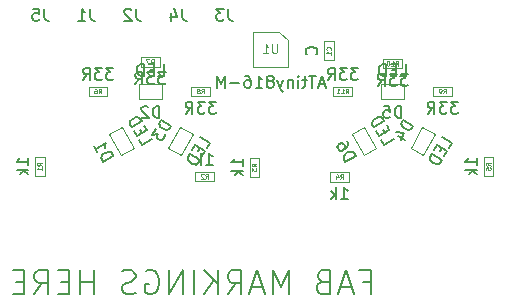
<source format=gbr>
G04 #@! TF.GenerationSoftware,KiCad,Pcbnew,(5.1.0)-1*
G04 #@! TF.CreationDate,2019-07-19T02:45:30-06:00*
G04 #@! TF.ProjectId,theremini,74686572-656d-4696-9e69-2e6b69636164,rev?*
G04 #@! TF.SameCoordinates,PX7b85180PY1758900*
G04 #@! TF.FileFunction,Other,Fab,Bot*
%FSLAX46Y46*%
G04 Gerber Fmt 4.6, Leading zero omitted, Abs format (unit mm)*
G04 Created by KiCad (PCBNEW (5.1.0)-1) date 2019-07-19 02:45:30*
%MOMM*%
%LPD*%
G04 APERTURE LIST*
%ADD10C,0.150000*%
%ADD11C,0.100000*%
%ADD12C,0.110000*%
%ADD13C,0.060000*%
G04 APERTURE END LIST*
D10*
X32428571Y-28047142D02*
X33095238Y-28047142D01*
X33095238Y-29094761D02*
X33095238Y-27094761D01*
X32142857Y-27094761D01*
X31476190Y-28523333D02*
X30523809Y-28523333D01*
X31666666Y-29094761D02*
X31000000Y-27094761D01*
X30333333Y-29094761D01*
X29000000Y-28047142D02*
X28714285Y-28142380D01*
X28619047Y-28237619D01*
X28523809Y-28428095D01*
X28523809Y-28713809D01*
X28619047Y-28904285D01*
X28714285Y-28999523D01*
X28904761Y-29094761D01*
X29666666Y-29094761D01*
X29666666Y-27094761D01*
X29000000Y-27094761D01*
X28809523Y-27190000D01*
X28714285Y-27285238D01*
X28619047Y-27475714D01*
X28619047Y-27666190D01*
X28714285Y-27856666D01*
X28809523Y-27951904D01*
X29000000Y-28047142D01*
X29666666Y-28047142D01*
X26142857Y-29094761D02*
X26142857Y-27094761D01*
X25476190Y-28523333D01*
X24809523Y-27094761D01*
X24809523Y-29094761D01*
X23952380Y-28523333D02*
X23000000Y-28523333D01*
X24142857Y-29094761D02*
X23476190Y-27094761D01*
X22809523Y-29094761D01*
X21000000Y-29094761D02*
X21666666Y-28142380D01*
X22142857Y-29094761D02*
X22142857Y-27094761D01*
X21380952Y-27094761D01*
X21190476Y-27190000D01*
X21095238Y-27285238D01*
X21000000Y-27475714D01*
X21000000Y-27761428D01*
X21095238Y-27951904D01*
X21190476Y-28047142D01*
X21380952Y-28142380D01*
X22142857Y-28142380D01*
X20142857Y-29094761D02*
X20142857Y-27094761D01*
X19000000Y-29094761D02*
X19857142Y-27951904D01*
X19000000Y-27094761D02*
X20142857Y-28237619D01*
X18142857Y-29094761D02*
X18142857Y-27094761D01*
X17190476Y-29094761D02*
X17190476Y-27094761D01*
X16047619Y-29094761D01*
X16047619Y-27094761D01*
X14047619Y-27190000D02*
X14238095Y-27094761D01*
X14523809Y-27094761D01*
X14809523Y-27190000D01*
X15000000Y-27380476D01*
X15095238Y-27570952D01*
X15190476Y-27951904D01*
X15190476Y-28237619D01*
X15095238Y-28618571D01*
X15000000Y-28809047D01*
X14809523Y-28999523D01*
X14523809Y-29094761D01*
X14333333Y-29094761D01*
X14047619Y-28999523D01*
X13952380Y-28904285D01*
X13952380Y-28237619D01*
X14333333Y-28237619D01*
X13190476Y-28999523D02*
X12904761Y-29094761D01*
X12428571Y-29094761D01*
X12238095Y-28999523D01*
X12142857Y-28904285D01*
X12047619Y-28713809D01*
X12047619Y-28523333D01*
X12142857Y-28332857D01*
X12238095Y-28237619D01*
X12428571Y-28142380D01*
X12809523Y-28047142D01*
X13000000Y-27951904D01*
X13095238Y-27856666D01*
X13190476Y-27666190D01*
X13190476Y-27475714D01*
X13095238Y-27285238D01*
X13000000Y-27190000D01*
X12809523Y-27094761D01*
X12333333Y-27094761D01*
X12047619Y-27190000D01*
X9666666Y-29094761D02*
X9666666Y-27094761D01*
X9666666Y-28047142D02*
X8523809Y-28047142D01*
X8523809Y-29094761D02*
X8523809Y-27094761D01*
X7571428Y-28047142D02*
X6904761Y-28047142D01*
X6619047Y-29094761D02*
X7571428Y-29094761D01*
X7571428Y-27094761D01*
X6619047Y-27094761D01*
X4619047Y-29094761D02*
X5285714Y-28142380D01*
X5761904Y-29094761D02*
X5761904Y-27094761D01*
X5000000Y-27094761D01*
X4809523Y-27190000D01*
X4714285Y-27285238D01*
X4619047Y-27475714D01*
X4619047Y-27761428D01*
X4714285Y-27951904D01*
X4809523Y-28047142D01*
X5000000Y-28142380D01*
X5761904Y-28142380D01*
X3761904Y-28047142D02*
X3095238Y-28047142D01*
X2809523Y-29094761D02*
X3761904Y-29094761D01*
X3761904Y-27094761D01*
X2809523Y-27094761D01*
D11*
X26110000Y-7630000D02*
X25360000Y-6880000D01*
X26110000Y-9880000D02*
X26110000Y-7630000D01*
X23110000Y-9880000D02*
X26110000Y-9880000D01*
X23110000Y-6880000D02*
X23110000Y-9880000D01*
X25360000Y-6880000D02*
X23110000Y-6880000D01*
X42670000Y-17490000D02*
X42670000Y-19090000D01*
X43470000Y-17490000D02*
X42670000Y-17490000D01*
X43470000Y-19090000D02*
X43470000Y-17490000D01*
X42670000Y-19090000D02*
X43470000Y-19090000D01*
X29660000Y-19580000D02*
X31260000Y-19580000D01*
X29660000Y-18780000D02*
X29660000Y-19580000D01*
X31260000Y-18780000D02*
X29660000Y-18780000D01*
X31260000Y-19580000D02*
X31260000Y-18780000D01*
X22840000Y-17570000D02*
X22840000Y-19170000D01*
X23640000Y-17570000D02*
X22840000Y-17570000D01*
X23640000Y-19170000D02*
X23640000Y-17570000D01*
X22840000Y-19170000D02*
X23640000Y-19170000D01*
X31530000Y-11540000D02*
X29930000Y-11540000D01*
X31530000Y-12340000D02*
X31530000Y-11540000D01*
X29930000Y-12340000D02*
X31530000Y-12340000D01*
X29930000Y-11540000D02*
X29930000Y-12340000D01*
X34160000Y-9980000D02*
X35760000Y-9980000D01*
X34160000Y-9180000D02*
X34160000Y-9980000D01*
X35760000Y-9180000D02*
X34160000Y-9180000D01*
X35760000Y-9980000D02*
X35760000Y-9180000D01*
X38390000Y-12340000D02*
X39990000Y-12340000D01*
X38390000Y-11540000D02*
X38390000Y-12340000D01*
X39990000Y-11540000D02*
X38390000Y-11540000D01*
X39990000Y-12340000D02*
X39990000Y-11540000D01*
X17900000Y-12340000D02*
X19500000Y-12340000D01*
X17900000Y-11540000D02*
X17900000Y-12340000D01*
X19500000Y-11540000D02*
X17900000Y-11540000D01*
X19500000Y-12340000D02*
X19500000Y-11540000D01*
X13630000Y-9850000D02*
X15230000Y-9850000D01*
X13630000Y-9050000D02*
X13630000Y-9850000D01*
X15230000Y-9050000D02*
X13630000Y-9050000D01*
X15230000Y-9850000D02*
X15230000Y-9050000D01*
X10810000Y-11540000D02*
X9210000Y-11540000D01*
X10810000Y-12340000D02*
X10810000Y-11540000D01*
X9210000Y-12340000D02*
X10810000Y-12340000D01*
X9210000Y-11540000D02*
X9210000Y-12340000D01*
X19830000Y-18750000D02*
X18230000Y-18750000D01*
X19830000Y-19550000D02*
X19830000Y-18750000D01*
X18230000Y-19550000D02*
X19830000Y-19550000D01*
X18230000Y-18750000D02*
X18230000Y-19550000D01*
X4690000Y-17490000D02*
X4690000Y-19090000D01*
X5490000Y-17490000D02*
X4690000Y-17490000D01*
X5490000Y-19090000D02*
X5490000Y-17490000D01*
X4690000Y-19090000D02*
X5490000Y-19090000D01*
X32539615Y-14973975D02*
X31500385Y-15573975D01*
X33539615Y-16706025D02*
X32539615Y-14973975D01*
X32500385Y-17306025D02*
X33539615Y-16706025D01*
X31500385Y-15573975D02*
X32500385Y-17306025D01*
X33950000Y-11350000D02*
X33950000Y-12550000D01*
X35950000Y-11350000D02*
X33950000Y-11350000D01*
X35950000Y-12550000D02*
X35950000Y-11350000D01*
X33950000Y-12550000D02*
X35950000Y-12550000D01*
X38509615Y-15573975D02*
X37470385Y-14973975D01*
X37509615Y-17306025D02*
X38509615Y-15573975D01*
X36470385Y-16706025D02*
X37509615Y-17306025D01*
X37470385Y-14973975D02*
X36470385Y-16706025D01*
X18019615Y-15583975D02*
X16980385Y-14983975D01*
X17019615Y-17316025D02*
X18019615Y-15583975D01*
X15980385Y-16716025D02*
X17019615Y-17316025D01*
X16980385Y-14983975D02*
X15980385Y-16716025D01*
X13470000Y-11360000D02*
X13470000Y-12560000D01*
X15470000Y-11360000D02*
X13470000Y-11360000D01*
X15470000Y-12560000D02*
X15470000Y-11360000D01*
X13470000Y-12560000D02*
X15470000Y-12560000D01*
X12019615Y-14983975D02*
X10980385Y-15583975D01*
X13019615Y-16716025D02*
X12019615Y-14983975D01*
X11980385Y-17316025D02*
X13019615Y-16716025D01*
X10980385Y-15583975D02*
X11980385Y-17316025D01*
X29160000Y-7710000D02*
X29160000Y-9310000D01*
X29960000Y-7710000D02*
X29160000Y-7710000D01*
X29960000Y-9310000D02*
X29960000Y-7710000D01*
X29160000Y-9310000D02*
X29960000Y-9310000D01*
D10*
X29205238Y-11346666D02*
X28729047Y-11346666D01*
X29300476Y-11632380D02*
X28967142Y-10632380D01*
X28633809Y-11632380D01*
X28443333Y-10632380D02*
X27871904Y-10632380D01*
X28157619Y-11632380D02*
X28157619Y-10632380D01*
X27681428Y-10965714D02*
X27300476Y-10965714D01*
X27538571Y-10632380D02*
X27538571Y-11489523D01*
X27490952Y-11584761D01*
X27395714Y-11632380D01*
X27300476Y-11632380D01*
X26967142Y-11632380D02*
X26967142Y-10965714D01*
X26967142Y-10632380D02*
X27014761Y-10680000D01*
X26967142Y-10727619D01*
X26919523Y-10680000D01*
X26967142Y-10632380D01*
X26967142Y-10727619D01*
X26490952Y-10965714D02*
X26490952Y-11632380D01*
X26490952Y-11060952D02*
X26443333Y-11013333D01*
X26348095Y-10965714D01*
X26205238Y-10965714D01*
X26110000Y-11013333D01*
X26062380Y-11108571D01*
X26062380Y-11632380D01*
X25681428Y-10965714D02*
X25443333Y-11632380D01*
X25205238Y-10965714D02*
X25443333Y-11632380D01*
X25538571Y-11870476D01*
X25586190Y-11918095D01*
X25681428Y-11965714D01*
X24681428Y-11060952D02*
X24776666Y-11013333D01*
X24824285Y-10965714D01*
X24871904Y-10870476D01*
X24871904Y-10822857D01*
X24824285Y-10727619D01*
X24776666Y-10680000D01*
X24681428Y-10632380D01*
X24490952Y-10632380D01*
X24395714Y-10680000D01*
X24348095Y-10727619D01*
X24300476Y-10822857D01*
X24300476Y-10870476D01*
X24348095Y-10965714D01*
X24395714Y-11013333D01*
X24490952Y-11060952D01*
X24681428Y-11060952D01*
X24776666Y-11108571D01*
X24824285Y-11156190D01*
X24871904Y-11251428D01*
X24871904Y-11441904D01*
X24824285Y-11537142D01*
X24776666Y-11584761D01*
X24681428Y-11632380D01*
X24490952Y-11632380D01*
X24395714Y-11584761D01*
X24348095Y-11537142D01*
X24300476Y-11441904D01*
X24300476Y-11251428D01*
X24348095Y-11156190D01*
X24395714Y-11108571D01*
X24490952Y-11060952D01*
X23348095Y-11632380D02*
X23919523Y-11632380D01*
X23633809Y-11632380D02*
X23633809Y-10632380D01*
X23729047Y-10775238D01*
X23824285Y-10870476D01*
X23919523Y-10918095D01*
X22490952Y-10632380D02*
X22681428Y-10632380D01*
X22776666Y-10680000D01*
X22824285Y-10727619D01*
X22919523Y-10870476D01*
X22967142Y-11060952D01*
X22967142Y-11441904D01*
X22919523Y-11537142D01*
X22871904Y-11584761D01*
X22776666Y-11632380D01*
X22586190Y-11632380D01*
X22490952Y-11584761D01*
X22443333Y-11537142D01*
X22395714Y-11441904D01*
X22395714Y-11203809D01*
X22443333Y-11108571D01*
X22490952Y-11060952D01*
X22586190Y-11013333D01*
X22776666Y-11013333D01*
X22871904Y-11060952D01*
X22919523Y-11108571D01*
X22967142Y-11203809D01*
X21967142Y-11251428D02*
X21205238Y-11251428D01*
X20729047Y-11632380D02*
X20729047Y-10632380D01*
X20395714Y-11346666D01*
X20062380Y-10632380D01*
X20062380Y-11632380D01*
D12*
X25181428Y-7969285D02*
X25181428Y-8576428D01*
X25145714Y-8647857D01*
X25110000Y-8683571D01*
X25038571Y-8719285D01*
X24895714Y-8719285D01*
X24824285Y-8683571D01*
X24788571Y-8647857D01*
X24752857Y-8576428D01*
X24752857Y-7969285D01*
X24002857Y-8719285D02*
X24431428Y-8719285D01*
X24217142Y-8719285D02*
X24217142Y-7969285D01*
X24288571Y-8076428D01*
X24360000Y-8147857D01*
X24431428Y-8183571D01*
D10*
X5453333Y-4952380D02*
X5453333Y-5666666D01*
X5500952Y-5809523D01*
X5596190Y-5904761D01*
X5739047Y-5952380D01*
X5834285Y-5952380D01*
X4500952Y-4952380D02*
X4977142Y-4952380D01*
X5024761Y-5428571D01*
X4977142Y-5380952D01*
X4881904Y-5333333D01*
X4643809Y-5333333D01*
X4548571Y-5380952D01*
X4500952Y-5428571D01*
X4453333Y-5523809D01*
X4453333Y-5761904D01*
X4500952Y-5857142D01*
X4548571Y-5904761D01*
X4643809Y-5952380D01*
X4881904Y-5952380D01*
X4977142Y-5904761D01*
X5024761Y-5857142D01*
X17138333Y-4952380D02*
X17138333Y-5666666D01*
X17185952Y-5809523D01*
X17281190Y-5904761D01*
X17424047Y-5952380D01*
X17519285Y-5952380D01*
X16233571Y-5285714D02*
X16233571Y-5952380D01*
X16471666Y-4904761D02*
X16709761Y-5619047D01*
X16090714Y-5619047D01*
X21033333Y-4952380D02*
X21033333Y-5666666D01*
X21080952Y-5809523D01*
X21176190Y-5904761D01*
X21319047Y-5952380D01*
X21414285Y-5952380D01*
X20652380Y-4952380D02*
X20033333Y-4952380D01*
X20366666Y-5333333D01*
X20223809Y-5333333D01*
X20128571Y-5380952D01*
X20080952Y-5428571D01*
X20033333Y-5523809D01*
X20033333Y-5761904D01*
X20080952Y-5857142D01*
X20128571Y-5904761D01*
X20223809Y-5952380D01*
X20509523Y-5952380D01*
X20604761Y-5904761D01*
X20652380Y-5857142D01*
X42092380Y-18170952D02*
X42092380Y-17599523D01*
X42092380Y-17885238D02*
X41092380Y-17885238D01*
X41235238Y-17790000D01*
X41330476Y-17694761D01*
X41378095Y-17599523D01*
X42092380Y-18599523D02*
X41092380Y-18599523D01*
X41711428Y-18694761D02*
X42092380Y-18980476D01*
X41425714Y-18980476D02*
X41806666Y-18599523D01*
D13*
X43250952Y-18223333D02*
X43060476Y-18090000D01*
X43250952Y-17994761D02*
X42850952Y-17994761D01*
X42850952Y-18147142D01*
X42870000Y-18185238D01*
X42889047Y-18204285D01*
X42927142Y-18223333D01*
X42984285Y-18223333D01*
X43022380Y-18204285D01*
X43041428Y-18185238D01*
X43060476Y-18147142D01*
X43060476Y-17994761D01*
X42850952Y-18585238D02*
X42850952Y-18394761D01*
X43041428Y-18375714D01*
X43022380Y-18394761D01*
X43003333Y-18432857D01*
X43003333Y-18528095D01*
X43022380Y-18566190D01*
X43041428Y-18585238D01*
X43079523Y-18604285D01*
X43174761Y-18604285D01*
X43212857Y-18585238D01*
X43231904Y-18566190D01*
X43250952Y-18528095D01*
X43250952Y-18432857D01*
X43231904Y-18394761D01*
X43212857Y-18375714D01*
D10*
X30579047Y-21062380D02*
X31150476Y-21062380D01*
X30864761Y-21062380D02*
X30864761Y-20062380D01*
X30960000Y-20205238D01*
X31055238Y-20300476D01*
X31150476Y-20348095D01*
X30150476Y-21062380D02*
X30150476Y-20062380D01*
X30055238Y-20681428D02*
X29769523Y-21062380D01*
X29769523Y-20395714D02*
X30150476Y-20776666D01*
D13*
X30526666Y-19360952D02*
X30660000Y-19170476D01*
X30755238Y-19360952D02*
X30755238Y-18960952D01*
X30602857Y-18960952D01*
X30564761Y-18980000D01*
X30545714Y-18999047D01*
X30526666Y-19037142D01*
X30526666Y-19094285D01*
X30545714Y-19132380D01*
X30564761Y-19151428D01*
X30602857Y-19170476D01*
X30755238Y-19170476D01*
X30183809Y-19094285D02*
X30183809Y-19360952D01*
X30279047Y-18941904D02*
X30374285Y-19227619D01*
X30126666Y-19227619D01*
D10*
X22262380Y-18250952D02*
X22262380Y-17679523D01*
X22262380Y-17965238D02*
X21262380Y-17965238D01*
X21405238Y-17870000D01*
X21500476Y-17774761D01*
X21548095Y-17679523D01*
X22262380Y-18679523D02*
X21262380Y-18679523D01*
X21881428Y-18774761D02*
X22262380Y-19060476D01*
X21595714Y-19060476D02*
X21976666Y-18679523D01*
D13*
X23420952Y-18303333D02*
X23230476Y-18170000D01*
X23420952Y-18074761D02*
X23020952Y-18074761D01*
X23020952Y-18227142D01*
X23040000Y-18265238D01*
X23059047Y-18284285D01*
X23097142Y-18303333D01*
X23154285Y-18303333D01*
X23192380Y-18284285D01*
X23211428Y-18265238D01*
X23230476Y-18227142D01*
X23230476Y-18074761D01*
X23020952Y-18436666D02*
X23020952Y-18684285D01*
X23173333Y-18550952D01*
X23173333Y-18608095D01*
X23192380Y-18646190D01*
X23211428Y-18665238D01*
X23249523Y-18684285D01*
X23344761Y-18684285D01*
X23382857Y-18665238D01*
X23401904Y-18646190D01*
X23420952Y-18608095D01*
X23420952Y-18493809D01*
X23401904Y-18455714D01*
X23382857Y-18436666D01*
D10*
X32039523Y-9962380D02*
X31420476Y-9962380D01*
X31753809Y-10343333D01*
X31610952Y-10343333D01*
X31515714Y-10390952D01*
X31468095Y-10438571D01*
X31420476Y-10533809D01*
X31420476Y-10771904D01*
X31468095Y-10867142D01*
X31515714Y-10914761D01*
X31610952Y-10962380D01*
X31896666Y-10962380D01*
X31991904Y-10914761D01*
X32039523Y-10867142D01*
X31087142Y-9962380D02*
X30468095Y-9962380D01*
X30801428Y-10343333D01*
X30658571Y-10343333D01*
X30563333Y-10390952D01*
X30515714Y-10438571D01*
X30468095Y-10533809D01*
X30468095Y-10771904D01*
X30515714Y-10867142D01*
X30563333Y-10914761D01*
X30658571Y-10962380D01*
X30944285Y-10962380D01*
X31039523Y-10914761D01*
X31087142Y-10867142D01*
X29468095Y-10962380D02*
X29801428Y-10486190D01*
X30039523Y-10962380D02*
X30039523Y-9962380D01*
X29658571Y-9962380D01*
X29563333Y-10010000D01*
X29515714Y-10057619D01*
X29468095Y-10152857D01*
X29468095Y-10295714D01*
X29515714Y-10390952D01*
X29563333Y-10438571D01*
X29658571Y-10486190D01*
X30039523Y-10486190D01*
D13*
X30987142Y-12120952D02*
X31120476Y-11930476D01*
X31215714Y-12120952D02*
X31215714Y-11720952D01*
X31063333Y-11720952D01*
X31025238Y-11740000D01*
X31006190Y-11759047D01*
X30987142Y-11797142D01*
X30987142Y-11854285D01*
X31006190Y-11892380D01*
X31025238Y-11911428D01*
X31063333Y-11930476D01*
X31215714Y-11930476D01*
X30606190Y-12120952D02*
X30834761Y-12120952D01*
X30720476Y-12120952D02*
X30720476Y-11720952D01*
X30758571Y-11778095D01*
X30796666Y-11816190D01*
X30834761Y-11835238D01*
X30225238Y-12120952D02*
X30453809Y-12120952D01*
X30339523Y-12120952D02*
X30339523Y-11720952D01*
X30377619Y-11778095D01*
X30415714Y-11816190D01*
X30453809Y-11835238D01*
D10*
X36269523Y-10462380D02*
X35650476Y-10462380D01*
X35983809Y-10843333D01*
X35840952Y-10843333D01*
X35745714Y-10890952D01*
X35698095Y-10938571D01*
X35650476Y-11033809D01*
X35650476Y-11271904D01*
X35698095Y-11367142D01*
X35745714Y-11414761D01*
X35840952Y-11462380D01*
X36126666Y-11462380D01*
X36221904Y-11414761D01*
X36269523Y-11367142D01*
X35317142Y-10462380D02*
X34698095Y-10462380D01*
X35031428Y-10843333D01*
X34888571Y-10843333D01*
X34793333Y-10890952D01*
X34745714Y-10938571D01*
X34698095Y-11033809D01*
X34698095Y-11271904D01*
X34745714Y-11367142D01*
X34793333Y-11414761D01*
X34888571Y-11462380D01*
X35174285Y-11462380D01*
X35269523Y-11414761D01*
X35317142Y-11367142D01*
X33698095Y-11462380D02*
X34031428Y-10986190D01*
X34269523Y-11462380D02*
X34269523Y-10462380D01*
X33888571Y-10462380D01*
X33793333Y-10510000D01*
X33745714Y-10557619D01*
X33698095Y-10652857D01*
X33698095Y-10795714D01*
X33745714Y-10890952D01*
X33793333Y-10938571D01*
X33888571Y-10986190D01*
X34269523Y-10986190D01*
D13*
X35217142Y-9760952D02*
X35350476Y-9570476D01*
X35445714Y-9760952D02*
X35445714Y-9360952D01*
X35293333Y-9360952D01*
X35255238Y-9380000D01*
X35236190Y-9399047D01*
X35217142Y-9437142D01*
X35217142Y-9494285D01*
X35236190Y-9532380D01*
X35255238Y-9551428D01*
X35293333Y-9570476D01*
X35445714Y-9570476D01*
X34836190Y-9760952D02*
X35064761Y-9760952D01*
X34950476Y-9760952D02*
X34950476Y-9360952D01*
X34988571Y-9418095D01*
X35026666Y-9456190D01*
X35064761Y-9475238D01*
X34588571Y-9360952D02*
X34550476Y-9360952D01*
X34512380Y-9380000D01*
X34493333Y-9399047D01*
X34474285Y-9437142D01*
X34455238Y-9513333D01*
X34455238Y-9608571D01*
X34474285Y-9684761D01*
X34493333Y-9722857D01*
X34512380Y-9741904D01*
X34550476Y-9760952D01*
X34588571Y-9760952D01*
X34626666Y-9741904D01*
X34645714Y-9722857D01*
X34664761Y-9684761D01*
X34683809Y-9608571D01*
X34683809Y-9513333D01*
X34664761Y-9437142D01*
X34645714Y-9399047D01*
X34626666Y-9380000D01*
X34588571Y-9360952D01*
D10*
X40499523Y-12822380D02*
X39880476Y-12822380D01*
X40213809Y-13203333D01*
X40070952Y-13203333D01*
X39975714Y-13250952D01*
X39928095Y-13298571D01*
X39880476Y-13393809D01*
X39880476Y-13631904D01*
X39928095Y-13727142D01*
X39975714Y-13774761D01*
X40070952Y-13822380D01*
X40356666Y-13822380D01*
X40451904Y-13774761D01*
X40499523Y-13727142D01*
X39547142Y-12822380D02*
X38928095Y-12822380D01*
X39261428Y-13203333D01*
X39118571Y-13203333D01*
X39023333Y-13250952D01*
X38975714Y-13298571D01*
X38928095Y-13393809D01*
X38928095Y-13631904D01*
X38975714Y-13727142D01*
X39023333Y-13774761D01*
X39118571Y-13822380D01*
X39404285Y-13822380D01*
X39499523Y-13774761D01*
X39547142Y-13727142D01*
X37928095Y-13822380D02*
X38261428Y-13346190D01*
X38499523Y-13822380D02*
X38499523Y-12822380D01*
X38118571Y-12822380D01*
X38023333Y-12870000D01*
X37975714Y-12917619D01*
X37928095Y-13012857D01*
X37928095Y-13155714D01*
X37975714Y-13250952D01*
X38023333Y-13298571D01*
X38118571Y-13346190D01*
X38499523Y-13346190D01*
D13*
X39256666Y-12120952D02*
X39390000Y-11930476D01*
X39485238Y-12120952D02*
X39485238Y-11720952D01*
X39332857Y-11720952D01*
X39294761Y-11740000D01*
X39275714Y-11759047D01*
X39256666Y-11797142D01*
X39256666Y-11854285D01*
X39275714Y-11892380D01*
X39294761Y-11911428D01*
X39332857Y-11930476D01*
X39485238Y-11930476D01*
X39066190Y-12120952D02*
X38990000Y-12120952D01*
X38951904Y-12101904D01*
X38932857Y-12082857D01*
X38894761Y-12025714D01*
X38875714Y-11949523D01*
X38875714Y-11797142D01*
X38894761Y-11759047D01*
X38913809Y-11740000D01*
X38951904Y-11720952D01*
X39028095Y-11720952D01*
X39066190Y-11740000D01*
X39085238Y-11759047D01*
X39104285Y-11797142D01*
X39104285Y-11892380D01*
X39085238Y-11930476D01*
X39066190Y-11949523D01*
X39028095Y-11968571D01*
X38951904Y-11968571D01*
X38913809Y-11949523D01*
X38894761Y-11930476D01*
X38875714Y-11892380D01*
D10*
X20009523Y-12822380D02*
X19390476Y-12822380D01*
X19723809Y-13203333D01*
X19580952Y-13203333D01*
X19485714Y-13250952D01*
X19438095Y-13298571D01*
X19390476Y-13393809D01*
X19390476Y-13631904D01*
X19438095Y-13727142D01*
X19485714Y-13774761D01*
X19580952Y-13822380D01*
X19866666Y-13822380D01*
X19961904Y-13774761D01*
X20009523Y-13727142D01*
X19057142Y-12822380D02*
X18438095Y-12822380D01*
X18771428Y-13203333D01*
X18628571Y-13203333D01*
X18533333Y-13250952D01*
X18485714Y-13298571D01*
X18438095Y-13393809D01*
X18438095Y-13631904D01*
X18485714Y-13727142D01*
X18533333Y-13774761D01*
X18628571Y-13822380D01*
X18914285Y-13822380D01*
X19009523Y-13774761D01*
X19057142Y-13727142D01*
X17438095Y-13822380D02*
X17771428Y-13346190D01*
X18009523Y-13822380D02*
X18009523Y-12822380D01*
X17628571Y-12822380D01*
X17533333Y-12870000D01*
X17485714Y-12917619D01*
X17438095Y-13012857D01*
X17438095Y-13155714D01*
X17485714Y-13250952D01*
X17533333Y-13298571D01*
X17628571Y-13346190D01*
X18009523Y-13346190D01*
D13*
X18766666Y-12120952D02*
X18900000Y-11930476D01*
X18995238Y-12120952D02*
X18995238Y-11720952D01*
X18842857Y-11720952D01*
X18804761Y-11740000D01*
X18785714Y-11759047D01*
X18766666Y-11797142D01*
X18766666Y-11854285D01*
X18785714Y-11892380D01*
X18804761Y-11911428D01*
X18842857Y-11930476D01*
X18995238Y-11930476D01*
X18538095Y-11892380D02*
X18576190Y-11873333D01*
X18595238Y-11854285D01*
X18614285Y-11816190D01*
X18614285Y-11797142D01*
X18595238Y-11759047D01*
X18576190Y-11740000D01*
X18538095Y-11720952D01*
X18461904Y-11720952D01*
X18423809Y-11740000D01*
X18404761Y-11759047D01*
X18385714Y-11797142D01*
X18385714Y-11816190D01*
X18404761Y-11854285D01*
X18423809Y-11873333D01*
X18461904Y-11892380D01*
X18538095Y-11892380D01*
X18576190Y-11911428D01*
X18595238Y-11930476D01*
X18614285Y-11968571D01*
X18614285Y-12044761D01*
X18595238Y-12082857D01*
X18576190Y-12101904D01*
X18538095Y-12120952D01*
X18461904Y-12120952D01*
X18423809Y-12101904D01*
X18404761Y-12082857D01*
X18385714Y-12044761D01*
X18385714Y-11968571D01*
X18404761Y-11930476D01*
X18423809Y-11911428D01*
X18461904Y-11892380D01*
D10*
X15739523Y-10332380D02*
X15120476Y-10332380D01*
X15453809Y-10713333D01*
X15310952Y-10713333D01*
X15215714Y-10760952D01*
X15168095Y-10808571D01*
X15120476Y-10903809D01*
X15120476Y-11141904D01*
X15168095Y-11237142D01*
X15215714Y-11284761D01*
X15310952Y-11332380D01*
X15596666Y-11332380D01*
X15691904Y-11284761D01*
X15739523Y-11237142D01*
X14787142Y-10332380D02*
X14168095Y-10332380D01*
X14501428Y-10713333D01*
X14358571Y-10713333D01*
X14263333Y-10760952D01*
X14215714Y-10808571D01*
X14168095Y-10903809D01*
X14168095Y-11141904D01*
X14215714Y-11237142D01*
X14263333Y-11284761D01*
X14358571Y-11332380D01*
X14644285Y-11332380D01*
X14739523Y-11284761D01*
X14787142Y-11237142D01*
X13168095Y-11332380D02*
X13501428Y-10856190D01*
X13739523Y-11332380D02*
X13739523Y-10332380D01*
X13358571Y-10332380D01*
X13263333Y-10380000D01*
X13215714Y-10427619D01*
X13168095Y-10522857D01*
X13168095Y-10665714D01*
X13215714Y-10760952D01*
X13263333Y-10808571D01*
X13358571Y-10856190D01*
X13739523Y-10856190D01*
D13*
X14496666Y-9630952D02*
X14630000Y-9440476D01*
X14725238Y-9630952D02*
X14725238Y-9230952D01*
X14572857Y-9230952D01*
X14534761Y-9250000D01*
X14515714Y-9269047D01*
X14496666Y-9307142D01*
X14496666Y-9364285D01*
X14515714Y-9402380D01*
X14534761Y-9421428D01*
X14572857Y-9440476D01*
X14725238Y-9440476D01*
X14363333Y-9230952D02*
X14096666Y-9230952D01*
X14268095Y-9630952D01*
D10*
X11319523Y-9962380D02*
X10700476Y-9962380D01*
X11033809Y-10343333D01*
X10890952Y-10343333D01*
X10795714Y-10390952D01*
X10748095Y-10438571D01*
X10700476Y-10533809D01*
X10700476Y-10771904D01*
X10748095Y-10867142D01*
X10795714Y-10914761D01*
X10890952Y-10962380D01*
X11176666Y-10962380D01*
X11271904Y-10914761D01*
X11319523Y-10867142D01*
X10367142Y-9962380D02*
X9748095Y-9962380D01*
X10081428Y-10343333D01*
X9938571Y-10343333D01*
X9843333Y-10390952D01*
X9795714Y-10438571D01*
X9748095Y-10533809D01*
X9748095Y-10771904D01*
X9795714Y-10867142D01*
X9843333Y-10914761D01*
X9938571Y-10962380D01*
X10224285Y-10962380D01*
X10319523Y-10914761D01*
X10367142Y-10867142D01*
X8748095Y-10962380D02*
X9081428Y-10486190D01*
X9319523Y-10962380D02*
X9319523Y-9962380D01*
X8938571Y-9962380D01*
X8843333Y-10010000D01*
X8795714Y-10057619D01*
X8748095Y-10152857D01*
X8748095Y-10295714D01*
X8795714Y-10390952D01*
X8843333Y-10438571D01*
X8938571Y-10486190D01*
X9319523Y-10486190D01*
D13*
X10076666Y-12120952D02*
X10210000Y-11930476D01*
X10305238Y-12120952D02*
X10305238Y-11720952D01*
X10152857Y-11720952D01*
X10114761Y-11740000D01*
X10095714Y-11759047D01*
X10076666Y-11797142D01*
X10076666Y-11854285D01*
X10095714Y-11892380D01*
X10114761Y-11911428D01*
X10152857Y-11930476D01*
X10305238Y-11930476D01*
X9733809Y-11720952D02*
X9810000Y-11720952D01*
X9848095Y-11740000D01*
X9867142Y-11759047D01*
X9905238Y-11816190D01*
X9924285Y-11892380D01*
X9924285Y-12044761D01*
X9905238Y-12082857D01*
X9886190Y-12101904D01*
X9848095Y-12120952D01*
X9771904Y-12120952D01*
X9733809Y-12101904D01*
X9714761Y-12082857D01*
X9695714Y-12044761D01*
X9695714Y-11949523D01*
X9714761Y-11911428D01*
X9733809Y-11892380D01*
X9771904Y-11873333D01*
X9848095Y-11873333D01*
X9886190Y-11892380D01*
X9905238Y-11911428D01*
X9924285Y-11949523D01*
D10*
X19149047Y-18172380D02*
X19720476Y-18172380D01*
X19434761Y-18172380D02*
X19434761Y-17172380D01*
X19530000Y-17315238D01*
X19625238Y-17410476D01*
X19720476Y-17458095D01*
X18720476Y-18172380D02*
X18720476Y-17172380D01*
X18625238Y-17791428D02*
X18339523Y-18172380D01*
X18339523Y-17505714D02*
X18720476Y-17886666D01*
D13*
X19096666Y-19330952D02*
X19230000Y-19140476D01*
X19325238Y-19330952D02*
X19325238Y-18930952D01*
X19172857Y-18930952D01*
X19134761Y-18950000D01*
X19115714Y-18969047D01*
X19096666Y-19007142D01*
X19096666Y-19064285D01*
X19115714Y-19102380D01*
X19134761Y-19121428D01*
X19172857Y-19140476D01*
X19325238Y-19140476D01*
X18944285Y-18969047D02*
X18925238Y-18950000D01*
X18887142Y-18930952D01*
X18791904Y-18930952D01*
X18753809Y-18950000D01*
X18734761Y-18969047D01*
X18715714Y-19007142D01*
X18715714Y-19045238D01*
X18734761Y-19102380D01*
X18963333Y-19330952D01*
X18715714Y-19330952D01*
D10*
X4112380Y-18170952D02*
X4112380Y-17599523D01*
X4112380Y-17885238D02*
X3112380Y-17885238D01*
X3255238Y-17790000D01*
X3350476Y-17694761D01*
X3398095Y-17599523D01*
X4112380Y-18599523D02*
X3112380Y-18599523D01*
X3731428Y-18694761D02*
X4112380Y-18980476D01*
X3445714Y-18980476D02*
X3826666Y-18599523D01*
D13*
X5270952Y-18223333D02*
X5080476Y-18090000D01*
X5270952Y-17994761D02*
X4870952Y-17994761D01*
X4870952Y-18147142D01*
X4890000Y-18185238D01*
X4909047Y-18204285D01*
X4947142Y-18223333D01*
X5004285Y-18223333D01*
X5042380Y-18204285D01*
X5061428Y-18185238D01*
X5080476Y-18147142D01*
X5080476Y-17994761D01*
X5270952Y-18604285D02*
X5270952Y-18375714D01*
X5270952Y-18490000D02*
X4870952Y-18490000D01*
X4928095Y-18451904D01*
X4966190Y-18413809D01*
X4985238Y-18375714D01*
D10*
X13243333Y-4952380D02*
X13243333Y-5666666D01*
X13290952Y-5809523D01*
X13386190Y-5904761D01*
X13529047Y-5952380D01*
X13624285Y-5952380D01*
X12814761Y-5047619D02*
X12767142Y-5000000D01*
X12671904Y-4952380D01*
X12433809Y-4952380D01*
X12338571Y-5000000D01*
X12290952Y-5047619D01*
X12243333Y-5142857D01*
X12243333Y-5238095D01*
X12290952Y-5380952D01*
X12862380Y-5952380D01*
X12243333Y-5952380D01*
X9348333Y-4952380D02*
X9348333Y-5666666D01*
X9395952Y-5809523D01*
X9491190Y-5904761D01*
X9634047Y-5952380D01*
X9729285Y-5952380D01*
X8348333Y-5952380D02*
X8919761Y-5952380D01*
X8634047Y-5952380D02*
X8634047Y-4952380D01*
X8729285Y-5095238D01*
X8824523Y-5190476D01*
X8919761Y-5238095D01*
X33989448Y-16033921D02*
X34227543Y-16446314D01*
X35093568Y-15946314D01*
X34276413Y-15483341D02*
X34109747Y-15194666D01*
X33584686Y-15332852D02*
X33822781Y-15745245D01*
X34688806Y-15245245D01*
X34450711Y-14832852D01*
X33370400Y-14961699D02*
X34236425Y-14461699D01*
X34117378Y-14255502D01*
X34004710Y-14155594D01*
X33874612Y-14120734D01*
X33768324Y-14127114D01*
X33579557Y-14181113D01*
X33455840Y-14252541D01*
X33314692Y-14389019D01*
X33256023Y-14477877D01*
X33221163Y-14607975D01*
X33251352Y-14755502D01*
X33370400Y-14961699D01*
X30960079Y-17892899D02*
X31826104Y-17392899D01*
X31707057Y-17186703D01*
X31594389Y-17086794D01*
X31464291Y-17051935D01*
X31358003Y-17058314D01*
X31169236Y-17112313D01*
X31045518Y-17183742D01*
X30904370Y-17320219D01*
X30845701Y-17409078D01*
X30810842Y-17539175D01*
X30841031Y-17686703D01*
X30960079Y-17892899D01*
X31111818Y-16155720D02*
X31207057Y-16320677D01*
X31213436Y-16426965D01*
X31196006Y-16492014D01*
X31119908Y-16645921D01*
X30978760Y-16782399D01*
X30648845Y-16972875D01*
X30542557Y-16979255D01*
X30477509Y-16961825D01*
X30388650Y-16903156D01*
X30293412Y-16738199D01*
X30287032Y-16631911D01*
X30304462Y-16566862D01*
X30363131Y-16478003D01*
X30569328Y-16358956D01*
X30675616Y-16352576D01*
X30740665Y-16370006D01*
X30829523Y-16428675D01*
X30924761Y-16593632D01*
X30931141Y-16699920D01*
X30913711Y-16764969D01*
X30855042Y-16853827D01*
X35592857Y-10624380D02*
X36069047Y-10624380D01*
X36069047Y-9624380D01*
X35259523Y-10100571D02*
X34926190Y-10100571D01*
X34783333Y-10624380D02*
X35259523Y-10624380D01*
X35259523Y-9624380D01*
X34783333Y-9624380D01*
X34354761Y-10624380D02*
X34354761Y-9624380D01*
X34116666Y-9624380D01*
X33973809Y-9672000D01*
X33878571Y-9767238D01*
X33830952Y-9862476D01*
X33783333Y-10052952D01*
X33783333Y-10195809D01*
X33830952Y-10386285D01*
X33878571Y-10481523D01*
X33973809Y-10576761D01*
X34116666Y-10624380D01*
X34354761Y-10624380D01*
X35688095Y-14177381D02*
X35688095Y-13177381D01*
X35450000Y-13177381D01*
X35307142Y-13225001D01*
X35211904Y-13320239D01*
X35164285Y-13415477D01*
X35116666Y-13605953D01*
X35116666Y-13748810D01*
X35164285Y-13939286D01*
X35211904Y-14034524D01*
X35307142Y-14129762D01*
X35450000Y-14177381D01*
X35688095Y-14177381D01*
X34211904Y-13177381D02*
X34688095Y-13177381D01*
X34735714Y-13653572D01*
X34688095Y-13605953D01*
X34592857Y-13558334D01*
X34354761Y-13558334D01*
X34259523Y-13605953D01*
X34211904Y-13653572D01*
X34164285Y-13748810D01*
X34164285Y-13986905D01*
X34211904Y-14082143D01*
X34259523Y-14129762D01*
X34354761Y-14177381D01*
X34592857Y-14177381D01*
X34688095Y-14129762D01*
X34735714Y-14082143D01*
X39742994Y-16698459D02*
X39981090Y-16286066D01*
X39115064Y-15786066D01*
X39122695Y-16725230D02*
X38956029Y-17013905D01*
X39338233Y-17399528D02*
X39576328Y-16987134D01*
X38710302Y-16487134D01*
X38472207Y-16899528D01*
X39123947Y-17770681D02*
X38257921Y-17270681D01*
X38138874Y-17476878D01*
X38108685Y-17624405D01*
X38143544Y-17754503D01*
X38202213Y-17843361D01*
X38343361Y-17979839D01*
X38467079Y-18051267D01*
X38655846Y-18105266D01*
X38762134Y-18111646D01*
X38892231Y-18076786D01*
X39004899Y-17976878D01*
X39123947Y-17770681D01*
X36713626Y-14839481D02*
X35847600Y-14339481D01*
X35728552Y-14545677D01*
X35698363Y-14693205D01*
X35733223Y-14823302D01*
X35791892Y-14912161D01*
X35933040Y-15048638D01*
X36056757Y-15120067D01*
X36245524Y-15174065D01*
X36351812Y-15180445D01*
X36481910Y-15145586D01*
X36594578Y-15045677D01*
X36713626Y-14839481D01*
X35421990Y-15743327D02*
X35999340Y-16076660D01*
X35211123Y-15346654D02*
X35948760Y-15497600D01*
X35639236Y-16033711D01*
X19252994Y-16708459D02*
X19491090Y-16296066D01*
X18625064Y-15796066D01*
X18632695Y-16735230D02*
X18466029Y-17023905D01*
X18848233Y-17409528D02*
X19086328Y-16997134D01*
X18220302Y-16497134D01*
X17982207Y-16909528D01*
X18633947Y-17780681D02*
X17767921Y-17280681D01*
X17648874Y-17486878D01*
X17618685Y-17634405D01*
X17653544Y-17764503D01*
X17712213Y-17853361D01*
X17853361Y-17989839D01*
X17977079Y-18061267D01*
X18165846Y-18115266D01*
X18272134Y-18121646D01*
X18402231Y-18086786D01*
X18514899Y-17986878D01*
X18633947Y-17780681D01*
X16223626Y-14849481D02*
X15357600Y-14349481D01*
X15238552Y-14555677D01*
X15208363Y-14703205D01*
X15243223Y-14833302D01*
X15301892Y-14922161D01*
X15443040Y-15058638D01*
X15566757Y-15130067D01*
X15755524Y-15184065D01*
X15861812Y-15190445D01*
X15991910Y-15155586D01*
X16104578Y-15055677D01*
X16223626Y-14849481D01*
X14905219Y-15133028D02*
X14595695Y-15669139D01*
X15092276Y-15570940D01*
X15020848Y-15694657D01*
X15014468Y-15800946D01*
X15031898Y-15865994D01*
X15090567Y-15954853D01*
X15296764Y-16073900D01*
X15403052Y-16080280D01*
X15468100Y-16062850D01*
X15556959Y-16004181D01*
X15699816Y-15756745D01*
X15706196Y-15650457D01*
X15688766Y-15585408D01*
X15112857Y-10634380D02*
X15589047Y-10634380D01*
X15589047Y-9634380D01*
X14779523Y-10110571D02*
X14446190Y-10110571D01*
X14303333Y-10634380D02*
X14779523Y-10634380D01*
X14779523Y-9634380D01*
X14303333Y-9634380D01*
X13874761Y-10634380D02*
X13874761Y-9634380D01*
X13636666Y-9634380D01*
X13493809Y-9682000D01*
X13398571Y-9777238D01*
X13350952Y-9872476D01*
X13303333Y-10062952D01*
X13303333Y-10205809D01*
X13350952Y-10396285D01*
X13398571Y-10491523D01*
X13493809Y-10586761D01*
X13636666Y-10634380D01*
X13874761Y-10634380D01*
X15208095Y-14187380D02*
X15208095Y-13187380D01*
X14970000Y-13187380D01*
X14827142Y-13235000D01*
X14731904Y-13330238D01*
X14684285Y-13425476D01*
X14636666Y-13615952D01*
X14636666Y-13758809D01*
X14684285Y-13949285D01*
X14731904Y-14044523D01*
X14827142Y-14139761D01*
X14970000Y-14187380D01*
X15208095Y-14187380D01*
X14255714Y-13282619D02*
X14208095Y-13235000D01*
X14112857Y-13187380D01*
X13874761Y-13187380D01*
X13779523Y-13235000D01*
X13731904Y-13282619D01*
X13684285Y-13377857D01*
X13684285Y-13473095D01*
X13731904Y-13615952D01*
X14303333Y-14187380D01*
X13684285Y-14187380D01*
X13469448Y-16043921D02*
X13707543Y-16456314D01*
X14573568Y-15956314D01*
X13756413Y-15493341D02*
X13589747Y-15204666D01*
X13064686Y-15342852D02*
X13302781Y-15755245D01*
X14168806Y-15255245D01*
X13930711Y-14842852D01*
X12850400Y-14971699D02*
X13716425Y-14471699D01*
X13597378Y-14265502D01*
X13484710Y-14165594D01*
X13354612Y-14130734D01*
X13248324Y-14137114D01*
X13059557Y-14191113D01*
X12935840Y-14262541D01*
X12794692Y-14399019D01*
X12736023Y-14487877D01*
X12701163Y-14617975D01*
X12731352Y-14765502D01*
X12850400Y-14971699D01*
X10440078Y-17902900D02*
X11306103Y-17402900D01*
X11187056Y-17196704D01*
X11074388Y-17096795D01*
X10944290Y-17061936D01*
X10838002Y-17068315D01*
X10649235Y-17122314D01*
X10525517Y-17193743D01*
X10384369Y-17330220D01*
X10325700Y-17419079D01*
X10290841Y-17549176D01*
X10321030Y-17696704D01*
X10440078Y-17902900D01*
X9678173Y-16583242D02*
X9963887Y-17078114D01*
X9821030Y-16830678D02*
X10687056Y-16330678D01*
X10610957Y-16484585D01*
X10576097Y-16614683D01*
X10582477Y-16720971D01*
X28487142Y-8819523D02*
X28534761Y-8771904D01*
X28582380Y-8629047D01*
X28582380Y-8533809D01*
X28534761Y-8390952D01*
X28439523Y-8295714D01*
X28344285Y-8248095D01*
X28153809Y-8200476D01*
X28010952Y-8200476D01*
X27820476Y-8248095D01*
X27725238Y-8295714D01*
X27630000Y-8390952D01*
X27582380Y-8533809D01*
X27582380Y-8629047D01*
X27630000Y-8771904D01*
X27677619Y-8819523D01*
D13*
X29702857Y-8443333D02*
X29721904Y-8424285D01*
X29740952Y-8367142D01*
X29740952Y-8329047D01*
X29721904Y-8271904D01*
X29683809Y-8233809D01*
X29645714Y-8214761D01*
X29569523Y-8195714D01*
X29512380Y-8195714D01*
X29436190Y-8214761D01*
X29398095Y-8233809D01*
X29360000Y-8271904D01*
X29340952Y-8329047D01*
X29340952Y-8367142D01*
X29360000Y-8424285D01*
X29379047Y-8443333D01*
X29740952Y-8824285D02*
X29740952Y-8595714D01*
X29740952Y-8710000D02*
X29340952Y-8710000D01*
X29398095Y-8671904D01*
X29436190Y-8633809D01*
X29455238Y-8595714D01*
M02*

</source>
